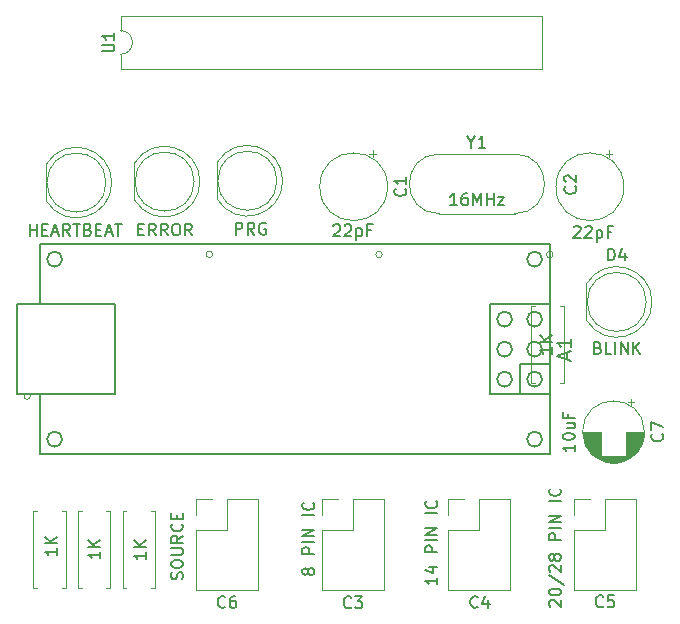
<source format=gbr>
G04 #@! TF.GenerationSoftware,KiCad,Pcbnew,5.1.5+dfsg1-2build2*
G04 #@! TF.CreationDate,2020-09-08T01:32:30-04:00*
G04 #@! TF.ProjectId,multi-avr,6d756c74-692d-4617-9672-2e6b69636164,rev?*
G04 #@! TF.SameCoordinates,Original*
G04 #@! TF.FileFunction,Legend,Top*
G04 #@! TF.FilePolarity,Positive*
%FSLAX46Y46*%
G04 Gerber Fmt 4.6, Leading zero omitted, Abs format (unit mm)*
G04 Created by KiCad (PCBNEW 5.1.5+dfsg1-2build2) date 2020-09-08 01:32:30*
%MOMM*%
%LPD*%
G04 APERTURE LIST*
%ADD10C,0.120000*%
%ADD11C,0.150000*%
G04 APERTURE END LIST*
D10*
X129878029Y-55990000D02*
G75*
G03X129878029Y-55990000I-278029J0D01*
G01*
X115418029Y-55990000D02*
G75*
G03X115418029Y-55990000I-278029J0D01*
G01*
X101058029Y-55970000D02*
G75*
G03X101058029Y-55970000I-278029J0D01*
G01*
X85638029Y-67980000D02*
G75*
G03X85638029Y-67980000I-278029J0D01*
G01*
X93267780Y-35775400D02*
X93267780Y-37025400D01*
X128947780Y-35775400D02*
X93267780Y-35775400D01*
X128947780Y-40275400D02*
X128947780Y-35775400D01*
X93267780Y-40275400D02*
X128947780Y-40275400D01*
X93267780Y-39025400D02*
X93267780Y-40275400D01*
X93267780Y-37025400D02*
G75*
G02X93267780Y-39025400I0J-1000000D01*
G01*
X128030000Y-66880000D02*
X128360000Y-66880000D01*
X128030000Y-60340000D02*
X128030000Y-66880000D01*
X128360000Y-60340000D02*
X128030000Y-60340000D01*
X130770000Y-66880000D02*
X130440000Y-66880000D01*
X130770000Y-60340000D02*
X130770000Y-66880000D01*
X130440000Y-60340000D02*
X130770000Y-60340000D01*
X138260000Y-59999538D02*
G75*
G02X132710000Y-61544830I-2990000J-462D01*
G01*
X138260000Y-60000462D02*
G75*
G03X132710000Y-58455170I-2990000J462D01*
G01*
X137770000Y-60000000D02*
G75*
G03X137770000Y-60000000I-2500000J0D01*
G01*
X132710000Y-58455000D02*
X132710000Y-61545000D01*
X134890000Y-47452738D02*
X134340000Y-47452738D01*
X134615000Y-47177738D02*
X134615000Y-47727738D01*
X135870000Y-50250000D02*
G75*
G03X135870000Y-50250000I-2870000J0D01*
G01*
X114890000Y-47452738D02*
X114340000Y-47452738D01*
X114615000Y-47177738D02*
X114615000Y-47727738D01*
X115870000Y-50250000D02*
G75*
G03X115870000Y-50250000I-2870000J0D01*
G01*
X136725000Y-68445225D02*
X136225000Y-68445225D01*
X136475000Y-68195225D02*
X136475000Y-68695225D01*
X135284000Y-73601000D02*
X134716000Y-73601000D01*
X135518000Y-73561000D02*
X134482000Y-73561000D01*
X135677000Y-73521000D02*
X134323000Y-73521000D01*
X135805000Y-73481000D02*
X134195000Y-73481000D01*
X135915000Y-73441000D02*
X134085000Y-73441000D01*
X136011000Y-73401000D02*
X133989000Y-73401000D01*
X136098000Y-73361000D02*
X133902000Y-73361000D01*
X136178000Y-73321000D02*
X133822000Y-73321000D01*
X136251000Y-73281000D02*
X133749000Y-73281000D01*
X136319000Y-73241000D02*
X133681000Y-73241000D01*
X136383000Y-73201000D02*
X133617000Y-73201000D01*
X136443000Y-73161000D02*
X133557000Y-73161000D01*
X136500000Y-73121000D02*
X133500000Y-73121000D01*
X136554000Y-73081000D02*
X133446000Y-73081000D01*
X136605000Y-73041000D02*
X133395000Y-73041000D01*
X133960000Y-73001000D02*
X133347000Y-73001000D01*
X136653000Y-73001000D02*
X136040000Y-73001000D01*
X133960000Y-72961000D02*
X133301000Y-72961000D01*
X136699000Y-72961000D02*
X136040000Y-72961000D01*
X133960000Y-72921000D02*
X133257000Y-72921000D01*
X136743000Y-72921000D02*
X136040000Y-72921000D01*
X133960000Y-72881000D02*
X133215000Y-72881000D01*
X136785000Y-72881000D02*
X136040000Y-72881000D01*
X133960000Y-72841000D02*
X133174000Y-72841000D01*
X136826000Y-72841000D02*
X136040000Y-72841000D01*
X133960000Y-72801000D02*
X133136000Y-72801000D01*
X136864000Y-72801000D02*
X136040000Y-72801000D01*
X133960000Y-72761000D02*
X133099000Y-72761000D01*
X136901000Y-72761000D02*
X136040000Y-72761000D01*
X133960000Y-72721000D02*
X133063000Y-72721000D01*
X136937000Y-72721000D02*
X136040000Y-72721000D01*
X133960000Y-72681000D02*
X133029000Y-72681000D01*
X136971000Y-72681000D02*
X136040000Y-72681000D01*
X133960000Y-72641000D02*
X132996000Y-72641000D01*
X137004000Y-72641000D02*
X136040000Y-72641000D01*
X133960000Y-72601000D02*
X132965000Y-72601000D01*
X137035000Y-72601000D02*
X136040000Y-72601000D01*
X133960000Y-72561000D02*
X132935000Y-72561000D01*
X137065000Y-72561000D02*
X136040000Y-72561000D01*
X133960000Y-72521000D02*
X132905000Y-72521000D01*
X137095000Y-72521000D02*
X136040000Y-72521000D01*
X133960000Y-72481000D02*
X132878000Y-72481000D01*
X137122000Y-72481000D02*
X136040000Y-72481000D01*
X133960000Y-72441000D02*
X132851000Y-72441000D01*
X137149000Y-72441000D02*
X136040000Y-72441000D01*
X133960000Y-72401000D02*
X132825000Y-72401000D01*
X137175000Y-72401000D02*
X136040000Y-72401000D01*
X133960000Y-72361000D02*
X132800000Y-72361000D01*
X137200000Y-72361000D02*
X136040000Y-72361000D01*
X133960000Y-72321000D02*
X132776000Y-72321000D01*
X137224000Y-72321000D02*
X136040000Y-72321000D01*
X133960000Y-72281000D02*
X132753000Y-72281000D01*
X137247000Y-72281000D02*
X136040000Y-72281000D01*
X133960000Y-72241000D02*
X132732000Y-72241000D01*
X137268000Y-72241000D02*
X136040000Y-72241000D01*
X133960000Y-72201000D02*
X132710000Y-72201000D01*
X137290000Y-72201000D02*
X136040000Y-72201000D01*
X133960000Y-72161000D02*
X132690000Y-72161000D01*
X137310000Y-72161000D02*
X136040000Y-72161000D01*
X133960000Y-72121000D02*
X132671000Y-72121000D01*
X137329000Y-72121000D02*
X136040000Y-72121000D01*
X133960000Y-72081000D02*
X132652000Y-72081000D01*
X137348000Y-72081000D02*
X136040000Y-72081000D01*
X133960000Y-72041000D02*
X132635000Y-72041000D01*
X137365000Y-72041000D02*
X136040000Y-72041000D01*
X133960000Y-72001000D02*
X132618000Y-72001000D01*
X137382000Y-72001000D02*
X136040000Y-72001000D01*
X133960000Y-71961000D02*
X132602000Y-71961000D01*
X137398000Y-71961000D02*
X136040000Y-71961000D01*
X133960000Y-71921000D02*
X132586000Y-71921000D01*
X137414000Y-71921000D02*
X136040000Y-71921000D01*
X133960000Y-71881000D02*
X132572000Y-71881000D01*
X137428000Y-71881000D02*
X136040000Y-71881000D01*
X133960000Y-71841000D02*
X132558000Y-71841000D01*
X137442000Y-71841000D02*
X136040000Y-71841000D01*
X133960000Y-71801000D02*
X132545000Y-71801000D01*
X137455000Y-71801000D02*
X136040000Y-71801000D01*
X133960000Y-71761000D02*
X132532000Y-71761000D01*
X137468000Y-71761000D02*
X136040000Y-71761000D01*
X133960000Y-71721000D02*
X132520000Y-71721000D01*
X137480000Y-71721000D02*
X136040000Y-71721000D01*
X133960000Y-71680000D02*
X132509000Y-71680000D01*
X137491000Y-71680000D02*
X136040000Y-71680000D01*
X133960000Y-71640000D02*
X132499000Y-71640000D01*
X137501000Y-71640000D02*
X136040000Y-71640000D01*
X133960000Y-71600000D02*
X132489000Y-71600000D01*
X137511000Y-71600000D02*
X136040000Y-71600000D01*
X133960000Y-71560000D02*
X132480000Y-71560000D01*
X137520000Y-71560000D02*
X136040000Y-71560000D01*
X133960000Y-71520000D02*
X132472000Y-71520000D01*
X137528000Y-71520000D02*
X136040000Y-71520000D01*
X133960000Y-71480000D02*
X132464000Y-71480000D01*
X137536000Y-71480000D02*
X136040000Y-71480000D01*
X133960000Y-71440000D02*
X132457000Y-71440000D01*
X137543000Y-71440000D02*
X136040000Y-71440000D01*
X133960000Y-71400000D02*
X132450000Y-71400000D01*
X137550000Y-71400000D02*
X136040000Y-71400000D01*
X133960000Y-71360000D02*
X132444000Y-71360000D01*
X137556000Y-71360000D02*
X136040000Y-71360000D01*
X133960000Y-71320000D02*
X132439000Y-71320000D01*
X137561000Y-71320000D02*
X136040000Y-71320000D01*
X133960000Y-71280000D02*
X132435000Y-71280000D01*
X137565000Y-71280000D02*
X136040000Y-71280000D01*
X133960000Y-71240000D02*
X132431000Y-71240000D01*
X137569000Y-71240000D02*
X136040000Y-71240000D01*
X133960000Y-71200000D02*
X132427000Y-71200000D01*
X137573000Y-71200000D02*
X136040000Y-71200000D01*
X133960000Y-71160000D02*
X132424000Y-71160000D01*
X137576000Y-71160000D02*
X136040000Y-71160000D01*
X133960000Y-71120000D02*
X132422000Y-71120000D01*
X137578000Y-71120000D02*
X136040000Y-71120000D01*
X133960000Y-71080000D02*
X132421000Y-71080000D01*
X137579000Y-71080000D02*
X136040000Y-71080000D01*
X137580000Y-71040000D02*
X136040000Y-71040000D01*
X133960000Y-71040000D02*
X132420000Y-71040000D01*
X137580000Y-71000000D02*
X136040000Y-71000000D01*
X133960000Y-71000000D02*
X132420000Y-71000000D01*
X137620000Y-71000000D02*
G75*
G03X137620000Y-71000000I-2620000J0D01*
G01*
X96170000Y-77720000D02*
X95840000Y-77720000D01*
X96170000Y-84260000D02*
X96170000Y-77720000D01*
X95840000Y-84260000D02*
X96170000Y-84260000D01*
X93430000Y-77720000D02*
X93760000Y-77720000D01*
X93430000Y-84260000D02*
X93430000Y-77720000D01*
X93760000Y-84260000D02*
X93430000Y-84260000D01*
X92370000Y-77670000D02*
X92040000Y-77670000D01*
X92370000Y-84210000D02*
X92370000Y-77670000D01*
X92040000Y-84210000D02*
X92370000Y-84210000D01*
X89630000Y-77670000D02*
X89960000Y-77670000D01*
X89630000Y-84210000D02*
X89630000Y-77670000D01*
X89960000Y-84210000D02*
X89630000Y-84210000D01*
X88620000Y-77670000D02*
X88290000Y-77670000D01*
X88620000Y-84210000D02*
X88620000Y-77670000D01*
X88290000Y-84210000D02*
X88620000Y-84210000D01*
X85880000Y-77670000D02*
X86210000Y-77670000D01*
X85880000Y-84210000D02*
X85880000Y-77670000D01*
X86210000Y-84210000D02*
X85880000Y-84210000D01*
X101440000Y-48195000D02*
X101440000Y-51285000D01*
X106500000Y-49740000D02*
G75*
G03X106500000Y-49740000I-2500000J0D01*
G01*
X106990000Y-49740462D02*
G75*
G03X101440000Y-48195170I-2990000J462D01*
G01*
X106990000Y-49739538D02*
G75*
G02X101440000Y-51284830I-2990000J-462D01*
G01*
X99980000Y-49809538D02*
G75*
G02X94430000Y-51354830I-2990000J-462D01*
G01*
X99980000Y-49810462D02*
G75*
G03X94430000Y-48265170I-2990000J462D01*
G01*
X99490000Y-49810000D02*
G75*
G03X99490000Y-49810000I-2500000J0D01*
G01*
X94430000Y-48265000D02*
X94430000Y-51355000D01*
X92520000Y-49889538D02*
G75*
G02X86970000Y-51434830I-2990000J-462D01*
G01*
X92520000Y-49890462D02*
G75*
G03X86970000Y-48345170I-2990000J462D01*
G01*
X92030000Y-49890000D02*
G75*
G03X92030000Y-49890000I-2500000J0D01*
G01*
X86970000Y-48345000D02*
X86970000Y-51435000D01*
X99670000Y-76670000D02*
X101000000Y-76670000D01*
X99670000Y-78000000D02*
X99670000Y-76670000D01*
X102270000Y-76670000D02*
X104870000Y-76670000D01*
X102270000Y-79270000D02*
X102270000Y-76670000D01*
X99670000Y-79270000D02*
X102270000Y-79270000D01*
X104870000Y-76670000D02*
X104870000Y-84410000D01*
X99670000Y-79270000D02*
X99670000Y-84410000D01*
X99670000Y-84410000D02*
X104870000Y-84410000D01*
X131670000Y-76670000D02*
X133000000Y-76670000D01*
X131670000Y-78000000D02*
X131670000Y-76670000D01*
X134270000Y-76670000D02*
X136870000Y-76670000D01*
X134270000Y-79270000D02*
X134270000Y-76670000D01*
X131670000Y-79270000D02*
X134270000Y-79270000D01*
X136870000Y-76670000D02*
X136870000Y-84410000D01*
X131670000Y-79270000D02*
X131670000Y-84410000D01*
X131670000Y-84410000D02*
X136870000Y-84410000D01*
X121003332Y-76670000D02*
X122333332Y-76670000D01*
X121003332Y-78000000D02*
X121003332Y-76670000D01*
X123603332Y-76670000D02*
X126203332Y-76670000D01*
X123603332Y-79270000D02*
X123603332Y-76670000D01*
X121003332Y-79270000D02*
X123603332Y-79270000D01*
X126203332Y-76670000D02*
X126203332Y-84410000D01*
X121003332Y-79270000D02*
X121003332Y-84410000D01*
X121003332Y-84410000D02*
X126203332Y-84410000D01*
X110336666Y-76670000D02*
X111666666Y-76670000D01*
X110336666Y-78000000D02*
X110336666Y-76670000D01*
X112936666Y-76670000D02*
X115536666Y-76670000D01*
X112936666Y-79270000D02*
X112936666Y-76670000D01*
X110336666Y-79270000D02*
X112936666Y-79270000D01*
X115536666Y-76670000D02*
X115536666Y-84410000D01*
X110336666Y-79270000D02*
X110336666Y-84410000D01*
X110336666Y-84410000D02*
X115536666Y-84410000D01*
X126640000Y-52525000D02*
G75*
G03X126640000Y-47475000I0J2525000D01*
G01*
X120240000Y-52525000D02*
G75*
G02X120240000Y-47475000I0J2525000D01*
G01*
X120240000Y-52525000D02*
X126640000Y-52525000D01*
X120240000Y-47475000D02*
X126640000Y-47475000D01*
D11*
X86410000Y-72890000D02*
X129590000Y-72890000D01*
X129590000Y-55110000D02*
X86410000Y-55110000D01*
X129590000Y-72890000D02*
X129590000Y-55110000D01*
X124510000Y-60190000D02*
X124510000Y-67810000D01*
X129590000Y-60190000D02*
X124510000Y-60190000D01*
X124510000Y-67810000D02*
X129590000Y-67810000D01*
X127050000Y-65270000D02*
X129590000Y-65270000D01*
X127050000Y-67810000D02*
X127050000Y-65270000D01*
X128955000Y-71620000D02*
G75*
G03X128955000Y-71620000I-635000J0D01*
G01*
X128955000Y-56380000D02*
G75*
G03X128955000Y-56380000I-635000J0D01*
G01*
X88315000Y-71620000D02*
G75*
G03X88315000Y-71620000I-635000J0D01*
G01*
X88315000Y-56380000D02*
G75*
G03X88315000Y-56380000I-635000J0D01*
G01*
X128955000Y-66540000D02*
G75*
G03X128955000Y-66540000I-635000J0D01*
G01*
X126415000Y-66540000D02*
G75*
G03X126415000Y-66540000I-635000J0D01*
G01*
X126415000Y-64000000D02*
G75*
G03X126415000Y-64000000I-635000J0D01*
G01*
X126415000Y-61460000D02*
G75*
G03X126415000Y-61460000I-635000J0D01*
G01*
X128955000Y-61460000D02*
G75*
G03X128955000Y-61460000I-635000J0D01*
G01*
X128955000Y-64000000D02*
G75*
G03X128955000Y-64000000I-635000J0D01*
G01*
X92760000Y-67810000D02*
X84505000Y-67810000D01*
X92760000Y-60190000D02*
X92760000Y-67810000D01*
X84505000Y-60190000D02*
X92760000Y-60190000D01*
X84505000Y-67810000D02*
X84505000Y-60190000D01*
X86410000Y-72890000D02*
X86410000Y-67810000D01*
X86410000Y-60190000D02*
X86410000Y-55110000D01*
X91720160Y-38787304D02*
X92529684Y-38787304D01*
X92624922Y-38739685D01*
X92672541Y-38692066D01*
X92720160Y-38596828D01*
X92720160Y-38406352D01*
X92672541Y-38311114D01*
X92624922Y-38263495D01*
X92529684Y-38215876D01*
X91720160Y-38215876D01*
X92720160Y-37215876D02*
X92720160Y-37787304D01*
X92720160Y-37501590D02*
X91720160Y-37501590D01*
X91863018Y-37596828D01*
X91958256Y-37692066D01*
X92005875Y-37787304D01*
X129752380Y-63814285D02*
X129752380Y-64385714D01*
X129752380Y-64100000D02*
X128752380Y-64100000D01*
X128895238Y-64195238D01*
X128990476Y-64290476D01*
X129038095Y-64385714D01*
X129752380Y-63385714D02*
X128752380Y-63385714D01*
X129752380Y-62814285D02*
X129180952Y-63242857D01*
X128752380Y-62814285D02*
X129323809Y-63385714D01*
X134531904Y-56492380D02*
X134531904Y-55492380D01*
X134770000Y-55492380D01*
X134912857Y-55540000D01*
X135008095Y-55635238D01*
X135055714Y-55730476D01*
X135103333Y-55920952D01*
X135103333Y-56063809D01*
X135055714Y-56254285D01*
X135008095Y-56349523D01*
X134912857Y-56444761D01*
X134770000Y-56492380D01*
X134531904Y-56492380D01*
X135960476Y-55825714D02*
X135960476Y-56492380D01*
X135722380Y-55444761D02*
X135484285Y-56159047D01*
X136103333Y-56159047D01*
X133674761Y-63888571D02*
X133817619Y-63936190D01*
X133865238Y-63983809D01*
X133912857Y-64079047D01*
X133912857Y-64221904D01*
X133865238Y-64317142D01*
X133817619Y-64364761D01*
X133722380Y-64412380D01*
X133341428Y-64412380D01*
X133341428Y-63412380D01*
X133674761Y-63412380D01*
X133770000Y-63460000D01*
X133817619Y-63507619D01*
X133865238Y-63602857D01*
X133865238Y-63698095D01*
X133817619Y-63793333D01*
X133770000Y-63840952D01*
X133674761Y-63888571D01*
X133341428Y-63888571D01*
X134817619Y-64412380D02*
X134341428Y-64412380D01*
X134341428Y-63412380D01*
X135150952Y-64412380D02*
X135150952Y-63412380D01*
X135627142Y-64412380D02*
X135627142Y-63412380D01*
X136198571Y-64412380D01*
X136198571Y-63412380D01*
X136674761Y-64412380D02*
X136674761Y-63412380D01*
X137246190Y-64412380D02*
X136817619Y-63840952D01*
X137246190Y-63412380D02*
X136674761Y-63983809D01*
X131747142Y-50216666D02*
X131794761Y-50264285D01*
X131842380Y-50407142D01*
X131842380Y-50502380D01*
X131794761Y-50645238D01*
X131699523Y-50740476D01*
X131604285Y-50788095D01*
X131413809Y-50835714D01*
X131270952Y-50835714D01*
X131080476Y-50788095D01*
X130985238Y-50740476D01*
X130890000Y-50645238D01*
X130842380Y-50502380D01*
X130842380Y-50407142D01*
X130890000Y-50264285D01*
X130937619Y-50216666D01*
X130937619Y-49835714D02*
X130890000Y-49788095D01*
X130842380Y-49692857D01*
X130842380Y-49454761D01*
X130890000Y-49359523D01*
X130937619Y-49311904D01*
X131032857Y-49264285D01*
X131128095Y-49264285D01*
X131270952Y-49311904D01*
X131842380Y-49883333D01*
X131842380Y-49264285D01*
X131637142Y-53667619D02*
X131684761Y-53620000D01*
X131780000Y-53572380D01*
X132018095Y-53572380D01*
X132113333Y-53620000D01*
X132160952Y-53667619D01*
X132208571Y-53762857D01*
X132208571Y-53858095D01*
X132160952Y-54000952D01*
X131589523Y-54572380D01*
X132208571Y-54572380D01*
X132589523Y-53667619D02*
X132637142Y-53620000D01*
X132732380Y-53572380D01*
X132970476Y-53572380D01*
X133065714Y-53620000D01*
X133113333Y-53667619D01*
X133160952Y-53762857D01*
X133160952Y-53858095D01*
X133113333Y-54000952D01*
X132541904Y-54572380D01*
X133160952Y-54572380D01*
X133589523Y-53905714D02*
X133589523Y-54905714D01*
X133589523Y-53953333D02*
X133684761Y-53905714D01*
X133875238Y-53905714D01*
X133970476Y-53953333D01*
X134018095Y-54000952D01*
X134065714Y-54096190D01*
X134065714Y-54381904D01*
X134018095Y-54477142D01*
X133970476Y-54524761D01*
X133875238Y-54572380D01*
X133684761Y-54572380D01*
X133589523Y-54524761D01*
X134827619Y-54048571D02*
X134494285Y-54048571D01*
X134494285Y-54572380D02*
X134494285Y-53572380D01*
X134970476Y-53572380D01*
X117357142Y-50416666D02*
X117404761Y-50464285D01*
X117452380Y-50607142D01*
X117452380Y-50702380D01*
X117404761Y-50845238D01*
X117309523Y-50940476D01*
X117214285Y-50988095D01*
X117023809Y-51035714D01*
X116880952Y-51035714D01*
X116690476Y-50988095D01*
X116595238Y-50940476D01*
X116500000Y-50845238D01*
X116452380Y-50702380D01*
X116452380Y-50607142D01*
X116500000Y-50464285D01*
X116547619Y-50416666D01*
X117452380Y-49464285D02*
X117452380Y-50035714D01*
X117452380Y-49750000D02*
X116452380Y-49750000D01*
X116595238Y-49845238D01*
X116690476Y-49940476D01*
X116738095Y-50035714D01*
X111287142Y-53537619D02*
X111334761Y-53490000D01*
X111430000Y-53442380D01*
X111668095Y-53442380D01*
X111763333Y-53490000D01*
X111810952Y-53537619D01*
X111858571Y-53632857D01*
X111858571Y-53728095D01*
X111810952Y-53870952D01*
X111239523Y-54442380D01*
X111858571Y-54442380D01*
X112239523Y-53537619D02*
X112287142Y-53490000D01*
X112382380Y-53442380D01*
X112620476Y-53442380D01*
X112715714Y-53490000D01*
X112763333Y-53537619D01*
X112810952Y-53632857D01*
X112810952Y-53728095D01*
X112763333Y-53870952D01*
X112191904Y-54442380D01*
X112810952Y-54442380D01*
X113239523Y-53775714D02*
X113239523Y-54775714D01*
X113239523Y-53823333D02*
X113334761Y-53775714D01*
X113525238Y-53775714D01*
X113620476Y-53823333D01*
X113668095Y-53870952D01*
X113715714Y-53966190D01*
X113715714Y-54251904D01*
X113668095Y-54347142D01*
X113620476Y-54394761D01*
X113525238Y-54442380D01*
X113334761Y-54442380D01*
X113239523Y-54394761D01*
X114477619Y-53918571D02*
X114144285Y-53918571D01*
X114144285Y-54442380D02*
X114144285Y-53442380D01*
X114620476Y-53442380D01*
X139107142Y-71166666D02*
X139154761Y-71214285D01*
X139202380Y-71357142D01*
X139202380Y-71452380D01*
X139154761Y-71595238D01*
X139059523Y-71690476D01*
X138964285Y-71738095D01*
X138773809Y-71785714D01*
X138630952Y-71785714D01*
X138440476Y-71738095D01*
X138345238Y-71690476D01*
X138250000Y-71595238D01*
X138202380Y-71452380D01*
X138202380Y-71357142D01*
X138250000Y-71214285D01*
X138297619Y-71166666D01*
X138202380Y-70833333D02*
X138202380Y-70166666D01*
X139202380Y-70595238D01*
X131702380Y-72071428D02*
X131702380Y-72642857D01*
X131702380Y-72357142D02*
X130702380Y-72357142D01*
X130845238Y-72452380D01*
X130940476Y-72547619D01*
X130988095Y-72642857D01*
X130702380Y-71452380D02*
X130702380Y-71357142D01*
X130750000Y-71261904D01*
X130797619Y-71214285D01*
X130892857Y-71166666D01*
X131083333Y-71119047D01*
X131321428Y-71119047D01*
X131511904Y-71166666D01*
X131607142Y-71214285D01*
X131654761Y-71261904D01*
X131702380Y-71357142D01*
X131702380Y-71452380D01*
X131654761Y-71547619D01*
X131607142Y-71595238D01*
X131511904Y-71642857D01*
X131321428Y-71690476D01*
X131083333Y-71690476D01*
X130892857Y-71642857D01*
X130797619Y-71595238D01*
X130750000Y-71547619D01*
X130702380Y-71452380D01*
X131035714Y-70261904D02*
X131702380Y-70261904D01*
X131035714Y-70690476D02*
X131559523Y-70690476D01*
X131654761Y-70642857D01*
X131702380Y-70547619D01*
X131702380Y-70404761D01*
X131654761Y-70309523D01*
X131607142Y-70261904D01*
X131178571Y-69452380D02*
X131178571Y-69785714D01*
X131702380Y-69785714D02*
X130702380Y-69785714D01*
X130702380Y-69309523D01*
X95402380Y-81194285D02*
X95402380Y-81765714D01*
X95402380Y-81480000D02*
X94402380Y-81480000D01*
X94545238Y-81575238D01*
X94640476Y-81670476D01*
X94688095Y-81765714D01*
X95402380Y-80765714D02*
X94402380Y-80765714D01*
X95402380Y-80194285D02*
X94830952Y-80622857D01*
X94402380Y-80194285D02*
X94973809Y-80765714D01*
X91527380Y-81144285D02*
X91527380Y-81715714D01*
X91527380Y-81430000D02*
X90527380Y-81430000D01*
X90670238Y-81525238D01*
X90765476Y-81620476D01*
X90813095Y-81715714D01*
X91527380Y-80715714D02*
X90527380Y-80715714D01*
X91527380Y-80144285D02*
X90955952Y-80572857D01*
X90527380Y-80144285D02*
X91098809Y-80715714D01*
X87877380Y-80864285D02*
X87877380Y-81435714D01*
X87877380Y-81150000D02*
X86877380Y-81150000D01*
X87020238Y-81245238D01*
X87115476Y-81340476D01*
X87163095Y-81435714D01*
X87877380Y-80435714D02*
X86877380Y-80435714D01*
X87877380Y-79864285D02*
X87305952Y-80292857D01*
X86877380Y-79864285D02*
X87448809Y-80435714D01*
X103018095Y-54292380D02*
X103018095Y-53292380D01*
X103399047Y-53292380D01*
X103494285Y-53340000D01*
X103541904Y-53387619D01*
X103589523Y-53482857D01*
X103589523Y-53625714D01*
X103541904Y-53720952D01*
X103494285Y-53768571D01*
X103399047Y-53816190D01*
X103018095Y-53816190D01*
X104589523Y-54292380D02*
X104256190Y-53816190D01*
X104018095Y-54292380D02*
X104018095Y-53292380D01*
X104399047Y-53292380D01*
X104494285Y-53340000D01*
X104541904Y-53387619D01*
X104589523Y-53482857D01*
X104589523Y-53625714D01*
X104541904Y-53720952D01*
X104494285Y-53768571D01*
X104399047Y-53816190D01*
X104018095Y-53816190D01*
X105541904Y-53340000D02*
X105446666Y-53292380D01*
X105303809Y-53292380D01*
X105160952Y-53340000D01*
X105065714Y-53435238D01*
X105018095Y-53530476D01*
X104970476Y-53720952D01*
X104970476Y-53863809D01*
X105018095Y-54054285D01*
X105065714Y-54149523D01*
X105160952Y-54244761D01*
X105303809Y-54292380D01*
X105399047Y-54292380D01*
X105541904Y-54244761D01*
X105589523Y-54197142D01*
X105589523Y-53863809D01*
X105399047Y-53863809D01*
X94781904Y-53838571D02*
X95115238Y-53838571D01*
X95258095Y-54362380D02*
X94781904Y-54362380D01*
X94781904Y-53362380D01*
X95258095Y-53362380D01*
X96258095Y-54362380D02*
X95924761Y-53886190D01*
X95686666Y-54362380D02*
X95686666Y-53362380D01*
X96067619Y-53362380D01*
X96162857Y-53410000D01*
X96210476Y-53457619D01*
X96258095Y-53552857D01*
X96258095Y-53695714D01*
X96210476Y-53790952D01*
X96162857Y-53838571D01*
X96067619Y-53886190D01*
X95686666Y-53886190D01*
X97258095Y-54362380D02*
X96924761Y-53886190D01*
X96686666Y-54362380D02*
X96686666Y-53362380D01*
X97067619Y-53362380D01*
X97162857Y-53410000D01*
X97210476Y-53457619D01*
X97258095Y-53552857D01*
X97258095Y-53695714D01*
X97210476Y-53790952D01*
X97162857Y-53838571D01*
X97067619Y-53886190D01*
X96686666Y-53886190D01*
X97877142Y-53362380D02*
X98067619Y-53362380D01*
X98162857Y-53410000D01*
X98258095Y-53505238D01*
X98305714Y-53695714D01*
X98305714Y-54029047D01*
X98258095Y-54219523D01*
X98162857Y-54314761D01*
X98067619Y-54362380D01*
X97877142Y-54362380D01*
X97781904Y-54314761D01*
X97686666Y-54219523D01*
X97639047Y-54029047D01*
X97639047Y-53695714D01*
X97686666Y-53505238D01*
X97781904Y-53410000D01*
X97877142Y-53362380D01*
X99305714Y-54362380D02*
X98972380Y-53886190D01*
X98734285Y-54362380D02*
X98734285Y-53362380D01*
X99115238Y-53362380D01*
X99210476Y-53410000D01*
X99258095Y-53457619D01*
X99305714Y-53552857D01*
X99305714Y-53695714D01*
X99258095Y-53790952D01*
X99210476Y-53838571D01*
X99115238Y-53886190D01*
X98734285Y-53886190D01*
X85600476Y-54392380D02*
X85600476Y-53392380D01*
X85600476Y-53868571D02*
X86171904Y-53868571D01*
X86171904Y-54392380D02*
X86171904Y-53392380D01*
X86648095Y-53868571D02*
X86981428Y-53868571D01*
X87124285Y-54392380D02*
X86648095Y-54392380D01*
X86648095Y-53392380D01*
X87124285Y-53392380D01*
X87505238Y-54106666D02*
X87981428Y-54106666D01*
X87410000Y-54392380D02*
X87743333Y-53392380D01*
X88076666Y-54392380D01*
X88981428Y-54392380D02*
X88648095Y-53916190D01*
X88410000Y-54392380D02*
X88410000Y-53392380D01*
X88790952Y-53392380D01*
X88886190Y-53440000D01*
X88933809Y-53487619D01*
X88981428Y-53582857D01*
X88981428Y-53725714D01*
X88933809Y-53820952D01*
X88886190Y-53868571D01*
X88790952Y-53916190D01*
X88410000Y-53916190D01*
X89267142Y-53392380D02*
X89838571Y-53392380D01*
X89552857Y-54392380D02*
X89552857Y-53392380D01*
X90505238Y-53868571D02*
X90648095Y-53916190D01*
X90695714Y-53963809D01*
X90743333Y-54059047D01*
X90743333Y-54201904D01*
X90695714Y-54297142D01*
X90648095Y-54344761D01*
X90552857Y-54392380D01*
X90171904Y-54392380D01*
X90171904Y-53392380D01*
X90505238Y-53392380D01*
X90600476Y-53440000D01*
X90648095Y-53487619D01*
X90695714Y-53582857D01*
X90695714Y-53678095D01*
X90648095Y-53773333D01*
X90600476Y-53820952D01*
X90505238Y-53868571D01*
X90171904Y-53868571D01*
X91171904Y-53868571D02*
X91505238Y-53868571D01*
X91648095Y-54392380D02*
X91171904Y-54392380D01*
X91171904Y-53392380D01*
X91648095Y-53392380D01*
X92029047Y-54106666D02*
X92505238Y-54106666D01*
X91933809Y-54392380D02*
X92267142Y-53392380D01*
X92600476Y-54392380D01*
X92790952Y-53392380D02*
X93362380Y-53392380D01*
X93076666Y-54392380D02*
X93076666Y-53392380D01*
X102123333Y-85807142D02*
X102075714Y-85854761D01*
X101932857Y-85902380D01*
X101837619Y-85902380D01*
X101694761Y-85854761D01*
X101599523Y-85759523D01*
X101551904Y-85664285D01*
X101504285Y-85473809D01*
X101504285Y-85330952D01*
X101551904Y-85140476D01*
X101599523Y-85045238D01*
X101694761Y-84950000D01*
X101837619Y-84902380D01*
X101932857Y-84902380D01*
X102075714Y-84950000D01*
X102123333Y-84997619D01*
X102980476Y-84902380D02*
X102790000Y-84902380D01*
X102694761Y-84950000D01*
X102647142Y-84997619D01*
X102551904Y-85140476D01*
X102504285Y-85330952D01*
X102504285Y-85711904D01*
X102551904Y-85807142D01*
X102599523Y-85854761D01*
X102694761Y-85902380D01*
X102885238Y-85902380D01*
X102980476Y-85854761D01*
X103028095Y-85807142D01*
X103075714Y-85711904D01*
X103075714Y-85473809D01*
X103028095Y-85378571D01*
X102980476Y-85330952D01*
X102885238Y-85283333D01*
X102694761Y-85283333D01*
X102599523Y-85330952D01*
X102551904Y-85378571D01*
X102504285Y-85473809D01*
X98494761Y-83465714D02*
X98542380Y-83322857D01*
X98542380Y-83084761D01*
X98494761Y-82989523D01*
X98447142Y-82941904D01*
X98351904Y-82894285D01*
X98256666Y-82894285D01*
X98161428Y-82941904D01*
X98113809Y-82989523D01*
X98066190Y-83084761D01*
X98018571Y-83275238D01*
X97970952Y-83370476D01*
X97923333Y-83418095D01*
X97828095Y-83465714D01*
X97732857Y-83465714D01*
X97637619Y-83418095D01*
X97590000Y-83370476D01*
X97542380Y-83275238D01*
X97542380Y-83037142D01*
X97590000Y-82894285D01*
X97542380Y-82275238D02*
X97542380Y-82084761D01*
X97590000Y-81989523D01*
X97685238Y-81894285D01*
X97875714Y-81846666D01*
X98209047Y-81846666D01*
X98399523Y-81894285D01*
X98494761Y-81989523D01*
X98542380Y-82084761D01*
X98542380Y-82275238D01*
X98494761Y-82370476D01*
X98399523Y-82465714D01*
X98209047Y-82513333D01*
X97875714Y-82513333D01*
X97685238Y-82465714D01*
X97590000Y-82370476D01*
X97542380Y-82275238D01*
X97542380Y-81418095D02*
X98351904Y-81418095D01*
X98447142Y-81370476D01*
X98494761Y-81322857D01*
X98542380Y-81227619D01*
X98542380Y-81037142D01*
X98494761Y-80941904D01*
X98447142Y-80894285D01*
X98351904Y-80846666D01*
X97542380Y-80846666D01*
X98542380Y-79799047D02*
X98066190Y-80132380D01*
X98542380Y-80370476D02*
X97542380Y-80370476D01*
X97542380Y-79989523D01*
X97590000Y-79894285D01*
X97637619Y-79846666D01*
X97732857Y-79799047D01*
X97875714Y-79799047D01*
X97970952Y-79846666D01*
X98018571Y-79894285D01*
X98066190Y-79989523D01*
X98066190Y-80370476D01*
X98447142Y-78799047D02*
X98494761Y-78846666D01*
X98542380Y-78989523D01*
X98542380Y-79084761D01*
X98494761Y-79227619D01*
X98399523Y-79322857D01*
X98304285Y-79370476D01*
X98113809Y-79418095D01*
X97970952Y-79418095D01*
X97780476Y-79370476D01*
X97685238Y-79322857D01*
X97590000Y-79227619D01*
X97542380Y-79084761D01*
X97542380Y-78989523D01*
X97590000Y-78846666D01*
X97637619Y-78799047D01*
X98018571Y-78370476D02*
X98018571Y-78037142D01*
X98542380Y-77894285D02*
X98542380Y-78370476D01*
X97542380Y-78370476D01*
X97542380Y-77894285D01*
X134123333Y-85757142D02*
X134075714Y-85804761D01*
X133932857Y-85852380D01*
X133837619Y-85852380D01*
X133694761Y-85804761D01*
X133599523Y-85709523D01*
X133551904Y-85614285D01*
X133504285Y-85423809D01*
X133504285Y-85280952D01*
X133551904Y-85090476D01*
X133599523Y-84995238D01*
X133694761Y-84900000D01*
X133837619Y-84852380D01*
X133932857Y-84852380D01*
X134075714Y-84900000D01*
X134123333Y-84947619D01*
X135028095Y-84852380D02*
X134551904Y-84852380D01*
X134504285Y-85328571D01*
X134551904Y-85280952D01*
X134647142Y-85233333D01*
X134885238Y-85233333D01*
X134980476Y-85280952D01*
X135028095Y-85328571D01*
X135075714Y-85423809D01*
X135075714Y-85661904D01*
X135028095Y-85757142D01*
X134980476Y-85804761D01*
X134885238Y-85852380D01*
X134647142Y-85852380D01*
X134551904Y-85804761D01*
X134504285Y-85757142D01*
X129647619Y-85800000D02*
X129600000Y-85752380D01*
X129552380Y-85657142D01*
X129552380Y-85419047D01*
X129600000Y-85323809D01*
X129647619Y-85276190D01*
X129742857Y-85228571D01*
X129838095Y-85228571D01*
X129980952Y-85276190D01*
X130552380Y-85847619D01*
X130552380Y-85228571D01*
X129552380Y-84609523D02*
X129552380Y-84514285D01*
X129600000Y-84419047D01*
X129647619Y-84371428D01*
X129742857Y-84323809D01*
X129933333Y-84276190D01*
X130171428Y-84276190D01*
X130361904Y-84323809D01*
X130457142Y-84371428D01*
X130504761Y-84419047D01*
X130552380Y-84514285D01*
X130552380Y-84609523D01*
X130504761Y-84704761D01*
X130457142Y-84752380D01*
X130361904Y-84800000D01*
X130171428Y-84847619D01*
X129933333Y-84847619D01*
X129742857Y-84800000D01*
X129647619Y-84752380D01*
X129600000Y-84704761D01*
X129552380Y-84609523D01*
X129504761Y-83133333D02*
X130790476Y-83990476D01*
X129647619Y-82847619D02*
X129600000Y-82800000D01*
X129552380Y-82704761D01*
X129552380Y-82466666D01*
X129600000Y-82371428D01*
X129647619Y-82323809D01*
X129742857Y-82276190D01*
X129838095Y-82276190D01*
X129980952Y-82323809D01*
X130552380Y-82895238D01*
X130552380Y-82276190D01*
X129980952Y-81704761D02*
X129933333Y-81800000D01*
X129885714Y-81847619D01*
X129790476Y-81895238D01*
X129742857Y-81895238D01*
X129647619Y-81847619D01*
X129600000Y-81800000D01*
X129552380Y-81704761D01*
X129552380Y-81514285D01*
X129600000Y-81419047D01*
X129647619Y-81371428D01*
X129742857Y-81323809D01*
X129790476Y-81323809D01*
X129885714Y-81371428D01*
X129933333Y-81419047D01*
X129980952Y-81514285D01*
X129980952Y-81704761D01*
X130028571Y-81800000D01*
X130076190Y-81847619D01*
X130171428Y-81895238D01*
X130361904Y-81895238D01*
X130457142Y-81847619D01*
X130504761Y-81800000D01*
X130552380Y-81704761D01*
X130552380Y-81514285D01*
X130504761Y-81419047D01*
X130457142Y-81371428D01*
X130361904Y-81323809D01*
X130171428Y-81323809D01*
X130076190Y-81371428D01*
X130028571Y-81419047D01*
X129980952Y-81514285D01*
X130552380Y-80133333D02*
X129552380Y-80133333D01*
X129552380Y-79752380D01*
X129600000Y-79657142D01*
X129647619Y-79609523D01*
X129742857Y-79561904D01*
X129885714Y-79561904D01*
X129980952Y-79609523D01*
X130028571Y-79657142D01*
X130076190Y-79752380D01*
X130076190Y-80133333D01*
X130552380Y-79133333D02*
X129552380Y-79133333D01*
X130552380Y-78657142D02*
X129552380Y-78657142D01*
X130552380Y-78085714D01*
X129552380Y-78085714D01*
X130552380Y-76847619D02*
X129552380Y-76847619D01*
X130457142Y-75800000D02*
X130504761Y-75847619D01*
X130552380Y-75990476D01*
X130552380Y-76085714D01*
X130504761Y-76228571D01*
X130409523Y-76323809D01*
X130314285Y-76371428D01*
X130123809Y-76419047D01*
X129980952Y-76419047D01*
X129790476Y-76371428D01*
X129695238Y-76323809D01*
X129600000Y-76228571D01*
X129552380Y-76085714D01*
X129552380Y-75990476D01*
X129600000Y-75847619D01*
X129647619Y-75800000D01*
X123506665Y-85823810D02*
X123459046Y-85871429D01*
X123316189Y-85919048D01*
X123220951Y-85919048D01*
X123078093Y-85871429D01*
X122982855Y-85776191D01*
X122935236Y-85680953D01*
X122887617Y-85490477D01*
X122887617Y-85347620D01*
X122935236Y-85157144D01*
X122982855Y-85061906D01*
X123078093Y-84966668D01*
X123220951Y-84919048D01*
X123316189Y-84919048D01*
X123459046Y-84966668D01*
X123506665Y-85014287D01*
X124363808Y-85252382D02*
X124363808Y-85919048D01*
X124125712Y-84871429D02*
X123887617Y-85585715D01*
X124506665Y-85585715D01*
X120075712Y-83332380D02*
X120075712Y-83903809D01*
X120075712Y-83618095D02*
X119075712Y-83618095D01*
X119218570Y-83713333D01*
X119313808Y-83808571D01*
X119361427Y-83903809D01*
X119409046Y-82475238D02*
X120075712Y-82475238D01*
X119028093Y-82713333D02*
X119742379Y-82951428D01*
X119742379Y-82332380D01*
X120075712Y-81189523D02*
X119075712Y-81189523D01*
X119075712Y-80808571D01*
X119123332Y-80713333D01*
X119170951Y-80665714D01*
X119266189Y-80618095D01*
X119409046Y-80618095D01*
X119504284Y-80665714D01*
X119551903Y-80713333D01*
X119599522Y-80808571D01*
X119599522Y-81189523D01*
X120075712Y-80189523D02*
X119075712Y-80189523D01*
X120075712Y-79713333D02*
X119075712Y-79713333D01*
X120075712Y-79141904D01*
X119075712Y-79141904D01*
X120075712Y-77903809D02*
X119075712Y-77903809D01*
X119980474Y-76856190D02*
X120028093Y-76903809D01*
X120075712Y-77046666D01*
X120075712Y-77141904D01*
X120028093Y-77284761D01*
X119932855Y-77380000D01*
X119837617Y-77427619D01*
X119647141Y-77475238D01*
X119504284Y-77475238D01*
X119313808Y-77427619D01*
X119218570Y-77380000D01*
X119123332Y-77284761D01*
X119075712Y-77141904D01*
X119075712Y-77046666D01*
X119123332Y-76903809D01*
X119170951Y-76856190D01*
X112789999Y-85840476D02*
X112742380Y-85888095D01*
X112599523Y-85935714D01*
X112504285Y-85935714D01*
X112361427Y-85888095D01*
X112266189Y-85792857D01*
X112218570Y-85697619D01*
X112170951Y-85507143D01*
X112170951Y-85364286D01*
X112218570Y-85173810D01*
X112266189Y-85078572D01*
X112361427Y-84983334D01*
X112504285Y-84935714D01*
X112599523Y-84935714D01*
X112742380Y-84983334D01*
X112789999Y-85030953D01*
X113123332Y-84935714D02*
X113742380Y-84935714D01*
X113409046Y-85316667D01*
X113551904Y-85316667D01*
X113647142Y-85364286D01*
X113694761Y-85411905D01*
X113742380Y-85507143D01*
X113742380Y-85745238D01*
X113694761Y-85840476D01*
X113647142Y-85888095D01*
X113551904Y-85935714D01*
X113266189Y-85935714D01*
X113170951Y-85888095D01*
X113123332Y-85840476D01*
X109097618Y-82907142D02*
X109049999Y-83002380D01*
X109002380Y-83050000D01*
X108907142Y-83097619D01*
X108859523Y-83097619D01*
X108764285Y-83050000D01*
X108716666Y-83002380D01*
X108669046Y-82907142D01*
X108669046Y-82716666D01*
X108716666Y-82621428D01*
X108764285Y-82573809D01*
X108859523Y-82526190D01*
X108907142Y-82526190D01*
X109002380Y-82573809D01*
X109049999Y-82621428D01*
X109097618Y-82716666D01*
X109097618Y-82907142D01*
X109145237Y-83002380D01*
X109192856Y-83050000D01*
X109288094Y-83097619D01*
X109478570Y-83097619D01*
X109573808Y-83050000D01*
X109621427Y-83002380D01*
X109669046Y-82907142D01*
X109669046Y-82716666D01*
X109621427Y-82621428D01*
X109573808Y-82573809D01*
X109478570Y-82526190D01*
X109288094Y-82526190D01*
X109192856Y-82573809D01*
X109145237Y-82621428D01*
X109097618Y-82716666D01*
X109669046Y-81335714D02*
X108669046Y-81335714D01*
X108669046Y-80954761D01*
X108716666Y-80859523D01*
X108764285Y-80811904D01*
X108859523Y-80764285D01*
X109002380Y-80764285D01*
X109097618Y-80811904D01*
X109145237Y-80859523D01*
X109192856Y-80954761D01*
X109192856Y-81335714D01*
X109669046Y-80335714D02*
X108669046Y-80335714D01*
X109669046Y-79859523D02*
X108669046Y-79859523D01*
X109669046Y-79288095D01*
X108669046Y-79288095D01*
X109669046Y-78050000D02*
X108669046Y-78050000D01*
X109573808Y-77002380D02*
X109621427Y-77050000D01*
X109669046Y-77192857D01*
X109669046Y-77288095D01*
X109621427Y-77430952D01*
X109526189Y-77526190D01*
X109430951Y-77573809D01*
X109240475Y-77621428D01*
X109097618Y-77621428D01*
X108907142Y-77573809D01*
X108811904Y-77526190D01*
X108716666Y-77430952D01*
X108669046Y-77288095D01*
X108669046Y-77192857D01*
X108716666Y-77050000D01*
X108764285Y-77002380D01*
X122963809Y-46451190D02*
X122963809Y-46927380D01*
X122630476Y-45927380D02*
X122963809Y-46451190D01*
X123297142Y-45927380D01*
X124154285Y-46927380D02*
X123582857Y-46927380D01*
X123868571Y-46927380D02*
X123868571Y-45927380D01*
X123773333Y-46070238D01*
X123678095Y-46165476D01*
X123582857Y-46213095D01*
X121749523Y-51802380D02*
X121178095Y-51802380D01*
X121463809Y-51802380D02*
X121463809Y-50802380D01*
X121368571Y-50945238D01*
X121273333Y-51040476D01*
X121178095Y-51088095D01*
X122606666Y-50802380D02*
X122416190Y-50802380D01*
X122320952Y-50850000D01*
X122273333Y-50897619D01*
X122178095Y-51040476D01*
X122130476Y-51230952D01*
X122130476Y-51611904D01*
X122178095Y-51707142D01*
X122225714Y-51754761D01*
X122320952Y-51802380D01*
X122511428Y-51802380D01*
X122606666Y-51754761D01*
X122654285Y-51707142D01*
X122701904Y-51611904D01*
X122701904Y-51373809D01*
X122654285Y-51278571D01*
X122606666Y-51230952D01*
X122511428Y-51183333D01*
X122320952Y-51183333D01*
X122225714Y-51230952D01*
X122178095Y-51278571D01*
X122130476Y-51373809D01*
X123130476Y-51802380D02*
X123130476Y-50802380D01*
X123463809Y-51516666D01*
X123797142Y-50802380D01*
X123797142Y-51802380D01*
X124273333Y-51802380D02*
X124273333Y-50802380D01*
X124273333Y-51278571D02*
X124844761Y-51278571D01*
X124844761Y-51802380D02*
X124844761Y-50802380D01*
X125225714Y-51135714D02*
X125749523Y-51135714D01*
X125225714Y-51802380D01*
X125749523Y-51802380D01*
X131060000Y-64857142D02*
X131060000Y-64285714D01*
X131402857Y-64971428D02*
X130202857Y-64571428D01*
X131402857Y-64171428D01*
X131402857Y-63142857D02*
X131402857Y-63828571D01*
X131402857Y-63485714D02*
X130202857Y-63485714D01*
X130374285Y-63600000D01*
X130488571Y-63714285D01*
X130545714Y-63828571D01*
M02*

</source>
